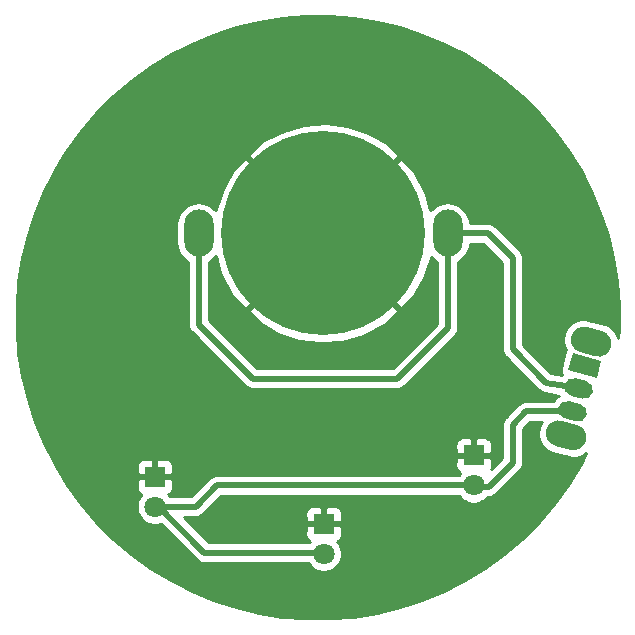
<source format=gbr>
%TF.GenerationSoftware,KiCad,Pcbnew,(5.1.8)-1*%
%TF.CreationDate,2021-01-11T11:59:14-08:00*%
%TF.ProjectId,v2attemptBlinky,76326174-7465-46d7-9074-426c696e6b79,rev?*%
%TF.SameCoordinates,Original*%
%TF.FileFunction,Copper,L2,Bot*%
%TF.FilePolarity,Positive*%
%FSLAX46Y46*%
G04 Gerber Fmt 4.6, Leading zero omitted, Abs format (unit mm)*
G04 Created by KiCad (PCBNEW (5.1.8)-1) date 2021-01-11 11:59:14*
%MOMM*%
%LPD*%
G01*
G04 APERTURE LIST*
%TA.AperFunction,ComponentPad*%
%ADD10C,0.100000*%
%TD*%
%TA.AperFunction,ComponentPad*%
%ADD11O,2.500000X4.000000*%
%TD*%
%TA.AperFunction,SMDPad,CuDef*%
%ADD12C,17.272000*%
%TD*%
%TA.AperFunction,ComponentPad*%
%ADD13R,1.800000X1.800000*%
%TD*%
%TA.AperFunction,ComponentPad*%
%ADD14C,1.800000*%
%TD*%
%TA.AperFunction,Conductor*%
%ADD15C,0.508000*%
%TD*%
%TA.AperFunction,Conductor*%
%ADD16C,0.254000*%
%TD*%
%TA.AperFunction,Conductor*%
%ADD17C,0.100000*%
%TD*%
G04 APERTURE END LIST*
%TO.P,SW1,*%
%TO.N,*%
%TA.AperFunction,ComponentPad*%
G36*
G01*
X131978053Y-109161398D02*
X133233757Y-109497862D01*
G75*
G02*
X134011574Y-110845081I-284701J-1062518D01*
G01*
X134011574Y-110845081D01*
G75*
G02*
X132664355Y-111622898I-1062518J284701D01*
G01*
X131408651Y-111286434D01*
G75*
G02*
X130630834Y-109939215I284701J1062518D01*
G01*
X130630834Y-109939215D01*
G75*
G02*
X131978053Y-109161398I1062518J-284701D01*
G01*
G37*
%TD.AperFunction*%
%TA.AperFunction,ComponentPad*%
G36*
G01*
X134100369Y-101240806D02*
X135356073Y-101577270D01*
G75*
G02*
X136133890Y-102924489I-284701J-1062518D01*
G01*
X136133890Y-102924489D01*
G75*
G02*
X134786671Y-103702306I-1062518J284701D01*
G01*
X133530967Y-103365842D01*
G75*
G02*
X132753150Y-102018623I284701J1062518D01*
G01*
X132753150Y-102018623D01*
G75*
G02*
X134100369Y-101240806I1062518J-284701D01*
G01*
G37*
%TD.AperFunction*%
%TO.P,SW1,3*%
%TO.N,/LED+*%
%TA.AperFunction,ComponentPad*%
G36*
G01*
X132575875Y-107509849D02*
X133541801Y-107768669D01*
G75*
G02*
X134072131Y-108687227I-194114J-724444D01*
G01*
X134072131Y-108687227D01*
G75*
G02*
X133153573Y-109217557I-724444J194114D01*
G01*
X132187647Y-108958737D01*
G75*
G02*
X131657317Y-108040179I194114J724444D01*
G01*
X131657317Y-108040179D01*
G75*
G02*
X132575875Y-107509849I724444J-194114D01*
G01*
G37*
%TD.AperFunction*%
%TO.P,SW1,2*%
%TO.N,VCC*%
%TA.AperFunction,ComponentPad*%
G36*
G01*
X133093513Y-105577998D02*
X134059439Y-105836818D01*
G75*
G02*
X134589769Y-106755376I-194114J-724444D01*
G01*
X134589769Y-106755376D01*
G75*
G02*
X133671211Y-107285706I-724444J194114D01*
G01*
X132705285Y-107026886D01*
G75*
G02*
X132174955Y-106108328I194114J724444D01*
G01*
X132174955Y-106108328D01*
G75*
G02*
X133093513Y-105577998I724444J-194114D01*
G01*
G37*
%TD.AperFunction*%
%TA.AperFunction,ComponentPad*%
D10*
%TO.P,SW1,1*%
%TO.N,Net-(SW1-Pad1)*%
G36*
X132886707Y-103452032D02*
G01*
X135301522Y-104099079D01*
X134913293Y-105547968D01*
X132498478Y-104900921D01*
X132886707Y-103452032D01*
G37*
%TD.AperFunction*%
%TD*%
D11*
%TO.P,BT1,1*%
%TO.N,VCC*%
X122300000Y-93300000D03*
X101218000Y-93300000D03*
D12*
%TO.P,BT1,2*%
%TO.N,GND*%
X111759000Y-93300000D03*
%TD*%
D13*
%TO.P,D1,1*%
%TO.N,GND*%
X97500000Y-113900000D03*
D14*
%TO.P,D1,2*%
%TO.N,/LED+*%
X97500000Y-116440000D03*
%TD*%
D13*
%TO.P,D2,1*%
%TO.N,GND*%
X111800000Y-117900000D03*
D14*
%TO.P,D2,2*%
%TO.N,/LED+*%
X111800000Y-120440000D03*
%TD*%
%TO.P,D3,2*%
%TO.N,/LED+*%
X124500000Y-114640000D03*
D13*
%TO.P,D3,1*%
%TO.N,GND*%
X124500000Y-112100000D03*
%TD*%
D15*
%TO.N,VCC*%
X127800000Y-103100000D02*
X130632695Y-105932695D01*
X122300000Y-93300000D02*
X125700000Y-93300000D01*
X130632695Y-105932695D02*
X133382362Y-106431852D01*
X127800000Y-95400000D02*
X127800000Y-103100000D01*
X125700000Y-93300000D02*
X127800000Y-95400000D01*
X122300000Y-101300000D02*
X122300000Y-93300000D01*
X118000000Y-105600000D02*
X122300000Y-101300000D01*
X105800000Y-105600000D02*
X118000000Y-105600000D01*
X101218000Y-93300000D02*
X101218000Y-101018000D01*
X101218000Y-101018000D02*
X105800000Y-105600000D01*
%TO.N,/LED+*%
X101700000Y-120340000D02*
X97600000Y-116240000D01*
X112000000Y-120340000D02*
X101700000Y-120340000D01*
X125760000Y-114740000D02*
X124500000Y-114740000D01*
X127800000Y-112700000D02*
X125760000Y-114740000D01*
X127800000Y-109500000D02*
X127800000Y-112700000D01*
X132864724Y-108363703D02*
X128936297Y-108363703D01*
X124500000Y-114740000D02*
X124460000Y-114740000D01*
X128936297Y-108363703D02*
X127800000Y-109500000D01*
X99460000Y-116440000D02*
X97500000Y-116440000D01*
X124500000Y-114640000D02*
X102760000Y-114640000D01*
X100960000Y-116440000D02*
X97500000Y-116440000D01*
X102760000Y-114640000D02*
X100960000Y-116440000D01*
%TD*%
D16*
%TO.N,GND*%
X114298884Y-75062553D02*
X116277593Y-75375950D01*
X118225613Y-75843628D01*
X120130934Y-76462705D01*
X121981810Y-77229363D01*
X123766829Y-78138875D01*
X125474986Y-79185635D01*
X127095749Y-80363188D01*
X128619126Y-81664275D01*
X130035725Y-83080874D01*
X131336812Y-84604251D01*
X132514365Y-86225014D01*
X133561125Y-87933171D01*
X134470637Y-89718190D01*
X135237295Y-91569066D01*
X135856372Y-93474387D01*
X136324050Y-95422407D01*
X136637447Y-97401116D01*
X136794629Y-99398313D01*
X136794629Y-101401687D01*
X136736485Y-102140474D01*
X136722243Y-102079392D01*
X136581195Y-101768090D01*
X136382124Y-101490288D01*
X136132681Y-101256660D01*
X135842453Y-101076185D01*
X135602742Y-100985965D01*
X134182396Y-100605385D01*
X133929690Y-100563663D01*
X133588109Y-100574846D01*
X133255272Y-100652453D01*
X132943970Y-100793501D01*
X132666168Y-100992572D01*
X132432540Y-101242014D01*
X132252066Y-101532242D01*
X132131679Y-101852102D01*
X132076007Y-102189302D01*
X132087190Y-102530883D01*
X132164797Y-102863720D01*
X132305845Y-103175022D01*
X132310195Y-103181093D01*
X132270377Y-103286887D01*
X131882148Y-104735776D01*
X131861772Y-104859189D01*
X131865865Y-104984206D01*
X131894268Y-105106023D01*
X131945892Y-105219957D01*
X131976127Y-105262150D01*
X131967406Y-105271461D01*
X131064853Y-105107617D01*
X128689000Y-102731765D01*
X128689000Y-95443659D01*
X128693300Y-95399999D01*
X128689000Y-95356334D01*
X128689000Y-95356333D01*
X128676136Y-95225726D01*
X128676136Y-95225724D01*
X128625302Y-95058147D01*
X128621589Y-95051200D01*
X128542753Y-94903709D01*
X128431659Y-94768341D01*
X128397743Y-94740507D01*
X126359499Y-92702264D01*
X126331659Y-92668341D01*
X126196291Y-92557247D01*
X126041851Y-92474697D01*
X125874274Y-92423864D01*
X125743667Y-92411000D01*
X125743660Y-92411000D01*
X125700000Y-92406700D01*
X125656340Y-92411000D01*
X124180430Y-92411000D01*
X124157725Y-92180476D01*
X124049939Y-91825152D01*
X123874903Y-91497683D01*
X123639345Y-91210655D01*
X123352317Y-90975097D01*
X123024848Y-90800061D01*
X122669524Y-90692275D01*
X122300000Y-90655880D01*
X121930477Y-90692275D01*
X121575153Y-90800061D01*
X121247684Y-90975097D01*
X120960656Y-91210655D01*
X120840241Y-91357381D01*
X120454288Y-89956772D01*
X119634979Y-88324645D01*
X119369636Y-87927530D01*
X118323233Y-86915372D01*
X111938605Y-93300000D01*
X118323233Y-99684628D01*
X119369636Y-98672470D01*
X120271516Y-97084478D01*
X120846265Y-95351051D01*
X120857189Y-95263271D01*
X120960655Y-95389345D01*
X121247683Y-95624903D01*
X121411001Y-95712198D01*
X121411000Y-100931765D01*
X117631765Y-104711000D01*
X106168236Y-104711000D01*
X102107000Y-100649765D01*
X102107000Y-99864233D01*
X105374372Y-99864233D01*
X106386530Y-100910636D01*
X107974522Y-101812516D01*
X109707949Y-102387265D01*
X111520197Y-102612796D01*
X113341622Y-102480442D01*
X115102228Y-101995288D01*
X116734355Y-101175979D01*
X117131470Y-100910636D01*
X118143628Y-99864233D01*
X111759000Y-93479605D01*
X105374372Y-99864233D01*
X102107000Y-99864233D01*
X102107000Y-95712198D01*
X102270317Y-95624903D01*
X102557345Y-95389345D01*
X102677759Y-95242620D01*
X103063712Y-96643228D01*
X103883021Y-98275355D01*
X104148364Y-98672470D01*
X105194767Y-99684628D01*
X111579395Y-93300000D01*
X105194767Y-86915372D01*
X104148364Y-87927530D01*
X103246484Y-89515522D01*
X102671735Y-91248949D01*
X102660811Y-91336729D01*
X102557345Y-91210655D01*
X102270317Y-90975097D01*
X101942848Y-90800061D01*
X101587524Y-90692275D01*
X101218000Y-90655880D01*
X100848477Y-90692275D01*
X100493153Y-90800061D01*
X100165684Y-90975097D01*
X99878656Y-91210655D01*
X99643098Y-91497683D01*
X99468062Y-91825152D01*
X99360275Y-92180476D01*
X99333000Y-92457403D01*
X99333000Y-94142596D01*
X99360275Y-94419523D01*
X99468061Y-94774847D01*
X99643097Y-95102317D01*
X99878655Y-95389345D01*
X100165683Y-95624903D01*
X100329000Y-95712198D01*
X100329001Y-100974330D01*
X100324700Y-101018000D01*
X100341864Y-101192274D01*
X100392698Y-101359852D01*
X100462418Y-101490288D01*
X100475248Y-101514291D01*
X100586342Y-101649659D01*
X100620259Y-101677494D01*
X105140506Y-106197742D01*
X105168341Y-106231659D01*
X105303709Y-106342753D01*
X105458149Y-106425303D01*
X105574892Y-106460716D01*
X105625725Y-106476136D01*
X105800000Y-106493301D01*
X105843668Y-106489000D01*
X117956340Y-106489000D01*
X118000000Y-106493300D01*
X118043660Y-106489000D01*
X118043667Y-106489000D01*
X118174274Y-106476136D01*
X118341851Y-106425303D01*
X118496291Y-106342753D01*
X118631659Y-106231659D01*
X118659499Y-106197736D01*
X122897737Y-101959498D01*
X122931659Y-101931659D01*
X123042753Y-101796291D01*
X123125303Y-101641851D01*
X123158552Y-101532242D01*
X123176136Y-101474276D01*
X123183285Y-101401687D01*
X123189000Y-101343667D01*
X123189000Y-101343661D01*
X123193300Y-101300001D01*
X123189000Y-101256341D01*
X123189000Y-95712198D01*
X123352317Y-95624903D01*
X123639345Y-95389345D01*
X123874903Y-95102317D01*
X124049939Y-94774848D01*
X124157725Y-94419524D01*
X124180430Y-94189000D01*
X125331765Y-94189000D01*
X126911000Y-95768236D01*
X126911001Y-103056330D01*
X126906700Y-103100000D01*
X126923864Y-103274274D01*
X126974698Y-103441852D01*
X127040755Y-103565435D01*
X127057248Y-103596291D01*
X127168342Y-103731659D01*
X127202259Y-103759494D01*
X129978490Y-106535725D01*
X130011719Y-106574859D01*
X130074457Y-106624610D01*
X130136403Y-106675447D01*
X130143040Y-106678995D01*
X130148931Y-106683666D01*
X130220171Y-106720222D01*
X130290843Y-106757997D01*
X130298043Y-106760181D01*
X130304733Y-106763614D01*
X130381744Y-106785572D01*
X130458420Y-106808831D01*
X130509522Y-106813864D01*
X131688475Y-107027884D01*
X131685912Y-107029045D01*
X131464150Y-107187956D01*
X131277652Y-107387079D01*
X131223163Y-107474703D01*
X128979957Y-107474703D01*
X128936297Y-107470403D01*
X128892637Y-107474703D01*
X128892630Y-107474703D01*
X128778622Y-107485932D01*
X128762022Y-107487567D01*
X128711189Y-107502987D01*
X128594446Y-107538400D01*
X128440006Y-107620950D01*
X128304638Y-107732044D01*
X128276802Y-107765962D01*
X127202264Y-108840501D01*
X127168341Y-108868341D01*
X127057247Y-109003710D01*
X126974697Y-109158150D01*
X126923864Y-109325727D01*
X126911000Y-109456334D01*
X126911000Y-109456340D01*
X126906700Y-109500000D01*
X126911000Y-109543660D01*
X126911001Y-112331763D01*
X125979072Y-113263692D01*
X125989502Y-113244180D01*
X126025812Y-113124482D01*
X126038072Y-113000000D01*
X126035000Y-112385750D01*
X125876250Y-112227000D01*
X124627000Y-112227000D01*
X124627000Y-112247000D01*
X124373000Y-112247000D01*
X124373000Y-112227000D01*
X123123750Y-112227000D01*
X122965000Y-112385750D01*
X122961928Y-113000000D01*
X122974188Y-113124482D01*
X123010498Y-113244180D01*
X123069463Y-113354494D01*
X123148815Y-113451185D01*
X123245506Y-113530537D01*
X123355820Y-113589502D01*
X123374127Y-113595056D01*
X123307688Y-113661495D01*
X123247883Y-113751000D01*
X102803659Y-113751000D01*
X102759999Y-113746700D01*
X102716339Y-113751000D01*
X102716333Y-113751000D01*
X102618924Y-113760594D01*
X102585724Y-113763864D01*
X102484058Y-113794704D01*
X102418149Y-113814697D01*
X102263709Y-113897247D01*
X102128341Y-114008341D01*
X102100501Y-114042264D01*
X100591765Y-115551000D01*
X98752117Y-115551000D01*
X98692312Y-115461495D01*
X98625873Y-115395056D01*
X98644180Y-115389502D01*
X98754494Y-115330537D01*
X98851185Y-115251185D01*
X98930537Y-115154494D01*
X98989502Y-115044180D01*
X99025812Y-114924482D01*
X99038072Y-114800000D01*
X99035000Y-114185750D01*
X98876250Y-114027000D01*
X97627000Y-114027000D01*
X97627000Y-114047000D01*
X97373000Y-114047000D01*
X97373000Y-114027000D01*
X96123750Y-114027000D01*
X95965000Y-114185750D01*
X95961928Y-114800000D01*
X95974188Y-114924482D01*
X96010498Y-115044180D01*
X96069463Y-115154494D01*
X96148815Y-115251185D01*
X96245506Y-115330537D01*
X96355820Y-115389502D01*
X96374127Y-115395056D01*
X96307688Y-115461495D01*
X96139701Y-115712905D01*
X96023989Y-115992257D01*
X95965000Y-116288816D01*
X95965000Y-116591184D01*
X96023989Y-116887743D01*
X96139701Y-117167095D01*
X96307688Y-117418505D01*
X96521495Y-117632312D01*
X96772905Y-117800299D01*
X97052257Y-117916011D01*
X97348816Y-117975000D01*
X97651184Y-117975000D01*
X97947743Y-117916011D01*
X97997971Y-117895206D01*
X101040506Y-120937742D01*
X101068341Y-120971659D01*
X101203709Y-121082753D01*
X101358149Y-121165303D01*
X101474892Y-121200716D01*
X101525725Y-121216136D01*
X101700000Y-121233301D01*
X101743668Y-121229000D01*
X110481065Y-121229000D01*
X110607688Y-121418505D01*
X110821495Y-121632312D01*
X111072905Y-121800299D01*
X111352257Y-121916011D01*
X111648816Y-121975000D01*
X111951184Y-121975000D01*
X112247743Y-121916011D01*
X112527095Y-121800299D01*
X112778505Y-121632312D01*
X112992312Y-121418505D01*
X113160299Y-121167095D01*
X113276011Y-120887743D01*
X113335000Y-120591184D01*
X113335000Y-120288816D01*
X113276011Y-119992257D01*
X113160299Y-119712905D01*
X112992312Y-119461495D01*
X112925873Y-119395056D01*
X112944180Y-119389502D01*
X113054494Y-119330537D01*
X113151185Y-119251185D01*
X113230537Y-119154494D01*
X113289502Y-119044180D01*
X113325812Y-118924482D01*
X113338072Y-118800000D01*
X113335000Y-118185750D01*
X113176250Y-118027000D01*
X111927000Y-118027000D01*
X111927000Y-118047000D01*
X111673000Y-118047000D01*
X111673000Y-118027000D01*
X110423750Y-118027000D01*
X110265000Y-118185750D01*
X110261928Y-118800000D01*
X110274188Y-118924482D01*
X110310498Y-119044180D01*
X110369463Y-119154494D01*
X110448815Y-119251185D01*
X110545506Y-119330537D01*
X110655820Y-119389502D01*
X110674127Y-119395056D01*
X110618183Y-119451000D01*
X102068236Y-119451000D01*
X99946235Y-117329000D01*
X100916340Y-117329000D01*
X100960000Y-117333300D01*
X101003660Y-117329000D01*
X101003667Y-117329000D01*
X101134274Y-117316136D01*
X101301851Y-117265303D01*
X101456291Y-117182753D01*
X101591659Y-117071659D01*
X101619499Y-117037736D01*
X101657235Y-117000000D01*
X110261928Y-117000000D01*
X110265000Y-117614250D01*
X110423750Y-117773000D01*
X111673000Y-117773000D01*
X111673000Y-116523750D01*
X111927000Y-116523750D01*
X111927000Y-117773000D01*
X113176250Y-117773000D01*
X113335000Y-117614250D01*
X113338072Y-117000000D01*
X113325812Y-116875518D01*
X113289502Y-116755820D01*
X113230537Y-116645506D01*
X113151185Y-116548815D01*
X113054494Y-116469463D01*
X112944180Y-116410498D01*
X112824482Y-116374188D01*
X112700000Y-116361928D01*
X112085750Y-116365000D01*
X111927000Y-116523750D01*
X111673000Y-116523750D01*
X111514250Y-116365000D01*
X110900000Y-116361928D01*
X110775518Y-116374188D01*
X110655820Y-116410498D01*
X110545506Y-116469463D01*
X110448815Y-116548815D01*
X110369463Y-116645506D01*
X110310498Y-116755820D01*
X110274188Y-116875518D01*
X110261928Y-117000000D01*
X101657235Y-117000000D01*
X103128235Y-115529000D01*
X123247883Y-115529000D01*
X123307688Y-115618505D01*
X123521495Y-115832312D01*
X123772905Y-116000299D01*
X124052257Y-116116011D01*
X124348816Y-116175000D01*
X124651184Y-116175000D01*
X124947743Y-116116011D01*
X125227095Y-116000299D01*
X125478505Y-115832312D01*
X125681817Y-115629000D01*
X125716340Y-115629000D01*
X125760000Y-115633300D01*
X125803660Y-115629000D01*
X125803667Y-115629000D01*
X125934274Y-115616136D01*
X126101851Y-115565303D01*
X126256291Y-115482753D01*
X126391659Y-115371659D01*
X126419499Y-115337736D01*
X128397742Y-113359494D01*
X128431659Y-113331659D01*
X128542753Y-113196291D01*
X128625303Y-113041851D01*
X128676136Y-112874274D01*
X128689000Y-112743667D01*
X128689000Y-112743660D01*
X128693300Y-112700000D01*
X128689000Y-112656340D01*
X128689000Y-109868235D01*
X129304533Y-109252703D01*
X130254199Y-109252703D01*
X130129750Y-109452834D01*
X130009363Y-109772694D01*
X129953691Y-110109894D01*
X129964874Y-110451475D01*
X130042481Y-110784312D01*
X130183529Y-111095614D01*
X130382600Y-111373416D01*
X130632042Y-111607044D01*
X130922270Y-111787518D01*
X131161982Y-111877739D01*
X132582326Y-112258319D01*
X132835033Y-112300041D01*
X133176615Y-112288858D01*
X133509452Y-112211251D01*
X133820753Y-112070203D01*
X134051148Y-111905104D01*
X133561125Y-112866829D01*
X132514365Y-114574986D01*
X131336812Y-116195749D01*
X130035725Y-117719126D01*
X128619126Y-119135725D01*
X127095749Y-120436812D01*
X125474986Y-121614365D01*
X123766829Y-122661125D01*
X121981810Y-123570637D01*
X120130934Y-124337295D01*
X118225613Y-124956372D01*
X116277593Y-125424050D01*
X114298884Y-125737447D01*
X112301687Y-125894629D01*
X110298313Y-125894629D01*
X108301116Y-125737447D01*
X106322407Y-125424050D01*
X104374387Y-124956372D01*
X102469066Y-124337295D01*
X100618190Y-123570637D01*
X98833171Y-122661125D01*
X97125014Y-121614365D01*
X95504251Y-120436812D01*
X93980874Y-119135725D01*
X92564275Y-117719126D01*
X91263188Y-116195749D01*
X90085635Y-114574986D01*
X89120483Y-113000000D01*
X95961928Y-113000000D01*
X95965000Y-113614250D01*
X96123750Y-113773000D01*
X97373000Y-113773000D01*
X97373000Y-112523750D01*
X97627000Y-112523750D01*
X97627000Y-113773000D01*
X98876250Y-113773000D01*
X99035000Y-113614250D01*
X99038072Y-113000000D01*
X99025812Y-112875518D01*
X98989502Y-112755820D01*
X98930537Y-112645506D01*
X98851185Y-112548815D01*
X98754494Y-112469463D01*
X98644180Y-112410498D01*
X98524482Y-112374188D01*
X98400000Y-112361928D01*
X97785750Y-112365000D01*
X97627000Y-112523750D01*
X97373000Y-112523750D01*
X97214250Y-112365000D01*
X96600000Y-112361928D01*
X96475518Y-112374188D01*
X96355820Y-112410498D01*
X96245506Y-112469463D01*
X96148815Y-112548815D01*
X96069463Y-112645506D01*
X96010498Y-112755820D01*
X95974188Y-112875518D01*
X95961928Y-113000000D01*
X89120483Y-113000000D01*
X89038875Y-112866829D01*
X88189584Y-111200000D01*
X122961928Y-111200000D01*
X122965000Y-111814250D01*
X123123750Y-111973000D01*
X124373000Y-111973000D01*
X124373000Y-110723750D01*
X124627000Y-110723750D01*
X124627000Y-111973000D01*
X125876250Y-111973000D01*
X126035000Y-111814250D01*
X126038072Y-111200000D01*
X126025812Y-111075518D01*
X125989502Y-110955820D01*
X125930537Y-110845506D01*
X125851185Y-110748815D01*
X125754494Y-110669463D01*
X125644180Y-110610498D01*
X125524482Y-110574188D01*
X125400000Y-110561928D01*
X124785750Y-110565000D01*
X124627000Y-110723750D01*
X124373000Y-110723750D01*
X124214250Y-110565000D01*
X123600000Y-110561928D01*
X123475518Y-110574188D01*
X123355820Y-110610498D01*
X123245506Y-110669463D01*
X123148815Y-110748815D01*
X123069463Y-110845506D01*
X123010498Y-110955820D01*
X122974188Y-111075518D01*
X122961928Y-111200000D01*
X88189584Y-111200000D01*
X88129363Y-111081810D01*
X87362705Y-109230934D01*
X86743628Y-107325613D01*
X86275950Y-105377593D01*
X85962553Y-103398884D01*
X85805371Y-101401687D01*
X85805371Y-99398313D01*
X85962553Y-97401116D01*
X86275950Y-95422407D01*
X86743628Y-93474387D01*
X87362705Y-91569066D01*
X88129363Y-89718190D01*
X89038875Y-87933171D01*
X89772645Y-86735767D01*
X105374372Y-86735767D01*
X111759000Y-93120395D01*
X118143628Y-86735767D01*
X117131470Y-85689364D01*
X115543478Y-84787484D01*
X113810051Y-84212735D01*
X111997803Y-83987204D01*
X110176378Y-84119558D01*
X108415772Y-84604712D01*
X106783645Y-85424021D01*
X106386530Y-85689364D01*
X105374372Y-86735767D01*
X89772645Y-86735767D01*
X90085635Y-86225014D01*
X91263188Y-84604251D01*
X92564275Y-83080874D01*
X93980874Y-81664275D01*
X95504251Y-80363188D01*
X97125014Y-79185635D01*
X98833171Y-78138875D01*
X100618190Y-77229363D01*
X102469066Y-76462705D01*
X104374387Y-75843628D01*
X106322407Y-75375950D01*
X108301116Y-75062553D01*
X110298313Y-74905371D01*
X112301687Y-74905371D01*
X114298884Y-75062553D01*
%TA.AperFunction,Conductor*%
D17*
G36*
X114298884Y-75062553D02*
G01*
X116277593Y-75375950D01*
X118225613Y-75843628D01*
X120130934Y-76462705D01*
X121981810Y-77229363D01*
X123766829Y-78138875D01*
X125474986Y-79185635D01*
X127095749Y-80363188D01*
X128619126Y-81664275D01*
X130035725Y-83080874D01*
X131336812Y-84604251D01*
X132514365Y-86225014D01*
X133561125Y-87933171D01*
X134470637Y-89718190D01*
X135237295Y-91569066D01*
X135856372Y-93474387D01*
X136324050Y-95422407D01*
X136637447Y-97401116D01*
X136794629Y-99398313D01*
X136794629Y-101401687D01*
X136736485Y-102140474D01*
X136722243Y-102079392D01*
X136581195Y-101768090D01*
X136382124Y-101490288D01*
X136132681Y-101256660D01*
X135842453Y-101076185D01*
X135602742Y-100985965D01*
X134182396Y-100605385D01*
X133929690Y-100563663D01*
X133588109Y-100574846D01*
X133255272Y-100652453D01*
X132943970Y-100793501D01*
X132666168Y-100992572D01*
X132432540Y-101242014D01*
X132252066Y-101532242D01*
X132131679Y-101852102D01*
X132076007Y-102189302D01*
X132087190Y-102530883D01*
X132164797Y-102863720D01*
X132305845Y-103175022D01*
X132310195Y-103181093D01*
X132270377Y-103286887D01*
X131882148Y-104735776D01*
X131861772Y-104859189D01*
X131865865Y-104984206D01*
X131894268Y-105106023D01*
X131945892Y-105219957D01*
X131976127Y-105262150D01*
X131967406Y-105271461D01*
X131064853Y-105107617D01*
X128689000Y-102731765D01*
X128689000Y-95443659D01*
X128693300Y-95399999D01*
X128689000Y-95356334D01*
X128689000Y-95356333D01*
X128676136Y-95225726D01*
X128676136Y-95225724D01*
X128625302Y-95058147D01*
X128621589Y-95051200D01*
X128542753Y-94903709D01*
X128431659Y-94768341D01*
X128397743Y-94740507D01*
X126359499Y-92702264D01*
X126331659Y-92668341D01*
X126196291Y-92557247D01*
X126041851Y-92474697D01*
X125874274Y-92423864D01*
X125743667Y-92411000D01*
X125743660Y-92411000D01*
X125700000Y-92406700D01*
X125656340Y-92411000D01*
X124180430Y-92411000D01*
X124157725Y-92180476D01*
X124049939Y-91825152D01*
X123874903Y-91497683D01*
X123639345Y-91210655D01*
X123352317Y-90975097D01*
X123024848Y-90800061D01*
X122669524Y-90692275D01*
X122300000Y-90655880D01*
X121930477Y-90692275D01*
X121575153Y-90800061D01*
X121247684Y-90975097D01*
X120960656Y-91210655D01*
X120840241Y-91357381D01*
X120454288Y-89956772D01*
X119634979Y-88324645D01*
X119369636Y-87927530D01*
X118323233Y-86915372D01*
X111938605Y-93300000D01*
X118323233Y-99684628D01*
X119369636Y-98672470D01*
X120271516Y-97084478D01*
X120846265Y-95351051D01*
X120857189Y-95263271D01*
X120960655Y-95389345D01*
X121247683Y-95624903D01*
X121411001Y-95712198D01*
X121411000Y-100931765D01*
X117631765Y-104711000D01*
X106168236Y-104711000D01*
X102107000Y-100649765D01*
X102107000Y-99864233D01*
X105374372Y-99864233D01*
X106386530Y-100910636D01*
X107974522Y-101812516D01*
X109707949Y-102387265D01*
X111520197Y-102612796D01*
X113341622Y-102480442D01*
X115102228Y-101995288D01*
X116734355Y-101175979D01*
X117131470Y-100910636D01*
X118143628Y-99864233D01*
X111759000Y-93479605D01*
X105374372Y-99864233D01*
X102107000Y-99864233D01*
X102107000Y-95712198D01*
X102270317Y-95624903D01*
X102557345Y-95389345D01*
X102677759Y-95242620D01*
X103063712Y-96643228D01*
X103883021Y-98275355D01*
X104148364Y-98672470D01*
X105194767Y-99684628D01*
X111579395Y-93300000D01*
X105194767Y-86915372D01*
X104148364Y-87927530D01*
X103246484Y-89515522D01*
X102671735Y-91248949D01*
X102660811Y-91336729D01*
X102557345Y-91210655D01*
X102270317Y-90975097D01*
X101942848Y-90800061D01*
X101587524Y-90692275D01*
X101218000Y-90655880D01*
X100848477Y-90692275D01*
X100493153Y-90800061D01*
X100165684Y-90975097D01*
X99878656Y-91210655D01*
X99643098Y-91497683D01*
X99468062Y-91825152D01*
X99360275Y-92180476D01*
X99333000Y-92457403D01*
X99333000Y-94142596D01*
X99360275Y-94419523D01*
X99468061Y-94774847D01*
X99643097Y-95102317D01*
X99878655Y-95389345D01*
X100165683Y-95624903D01*
X100329000Y-95712198D01*
X100329001Y-100974330D01*
X100324700Y-101018000D01*
X100341864Y-101192274D01*
X100392698Y-101359852D01*
X100462418Y-101490288D01*
X100475248Y-101514291D01*
X100586342Y-101649659D01*
X100620259Y-101677494D01*
X105140506Y-106197742D01*
X105168341Y-106231659D01*
X105303709Y-106342753D01*
X105458149Y-106425303D01*
X105574892Y-106460716D01*
X105625725Y-106476136D01*
X105800000Y-106493301D01*
X105843668Y-106489000D01*
X117956340Y-106489000D01*
X118000000Y-106493300D01*
X118043660Y-106489000D01*
X118043667Y-106489000D01*
X118174274Y-106476136D01*
X118341851Y-106425303D01*
X118496291Y-106342753D01*
X118631659Y-106231659D01*
X118659499Y-106197736D01*
X122897737Y-101959498D01*
X122931659Y-101931659D01*
X123042753Y-101796291D01*
X123125303Y-101641851D01*
X123158552Y-101532242D01*
X123176136Y-101474276D01*
X123183285Y-101401687D01*
X123189000Y-101343667D01*
X123189000Y-101343661D01*
X123193300Y-101300001D01*
X123189000Y-101256341D01*
X123189000Y-95712198D01*
X123352317Y-95624903D01*
X123639345Y-95389345D01*
X123874903Y-95102317D01*
X124049939Y-94774848D01*
X124157725Y-94419524D01*
X124180430Y-94189000D01*
X125331765Y-94189000D01*
X126911000Y-95768236D01*
X126911001Y-103056330D01*
X126906700Y-103100000D01*
X126923864Y-103274274D01*
X126974698Y-103441852D01*
X127040755Y-103565435D01*
X127057248Y-103596291D01*
X127168342Y-103731659D01*
X127202259Y-103759494D01*
X129978490Y-106535725D01*
X130011719Y-106574859D01*
X130074457Y-106624610D01*
X130136403Y-106675447D01*
X130143040Y-106678995D01*
X130148931Y-106683666D01*
X130220171Y-106720222D01*
X130290843Y-106757997D01*
X130298043Y-106760181D01*
X130304733Y-106763614D01*
X130381744Y-106785572D01*
X130458420Y-106808831D01*
X130509522Y-106813864D01*
X131688475Y-107027884D01*
X131685912Y-107029045D01*
X131464150Y-107187956D01*
X131277652Y-107387079D01*
X131223163Y-107474703D01*
X128979957Y-107474703D01*
X128936297Y-107470403D01*
X128892637Y-107474703D01*
X128892630Y-107474703D01*
X128778622Y-107485932D01*
X128762022Y-107487567D01*
X128711189Y-107502987D01*
X128594446Y-107538400D01*
X128440006Y-107620950D01*
X128304638Y-107732044D01*
X128276802Y-107765962D01*
X127202264Y-108840501D01*
X127168341Y-108868341D01*
X127057247Y-109003710D01*
X126974697Y-109158150D01*
X126923864Y-109325727D01*
X126911000Y-109456334D01*
X126911000Y-109456340D01*
X126906700Y-109500000D01*
X126911000Y-109543660D01*
X126911001Y-112331763D01*
X125979072Y-113263692D01*
X125989502Y-113244180D01*
X126025812Y-113124482D01*
X126038072Y-113000000D01*
X126035000Y-112385750D01*
X125876250Y-112227000D01*
X124627000Y-112227000D01*
X124627000Y-112247000D01*
X124373000Y-112247000D01*
X124373000Y-112227000D01*
X123123750Y-112227000D01*
X122965000Y-112385750D01*
X122961928Y-113000000D01*
X122974188Y-113124482D01*
X123010498Y-113244180D01*
X123069463Y-113354494D01*
X123148815Y-113451185D01*
X123245506Y-113530537D01*
X123355820Y-113589502D01*
X123374127Y-113595056D01*
X123307688Y-113661495D01*
X123247883Y-113751000D01*
X102803659Y-113751000D01*
X102759999Y-113746700D01*
X102716339Y-113751000D01*
X102716333Y-113751000D01*
X102618924Y-113760594D01*
X102585724Y-113763864D01*
X102484058Y-113794704D01*
X102418149Y-113814697D01*
X102263709Y-113897247D01*
X102128341Y-114008341D01*
X102100501Y-114042264D01*
X100591765Y-115551000D01*
X98752117Y-115551000D01*
X98692312Y-115461495D01*
X98625873Y-115395056D01*
X98644180Y-115389502D01*
X98754494Y-115330537D01*
X98851185Y-115251185D01*
X98930537Y-115154494D01*
X98989502Y-115044180D01*
X99025812Y-114924482D01*
X99038072Y-114800000D01*
X99035000Y-114185750D01*
X98876250Y-114027000D01*
X97627000Y-114027000D01*
X97627000Y-114047000D01*
X97373000Y-114047000D01*
X97373000Y-114027000D01*
X96123750Y-114027000D01*
X95965000Y-114185750D01*
X95961928Y-114800000D01*
X95974188Y-114924482D01*
X96010498Y-115044180D01*
X96069463Y-115154494D01*
X96148815Y-115251185D01*
X96245506Y-115330537D01*
X96355820Y-115389502D01*
X96374127Y-115395056D01*
X96307688Y-115461495D01*
X96139701Y-115712905D01*
X96023989Y-115992257D01*
X95965000Y-116288816D01*
X95965000Y-116591184D01*
X96023989Y-116887743D01*
X96139701Y-117167095D01*
X96307688Y-117418505D01*
X96521495Y-117632312D01*
X96772905Y-117800299D01*
X97052257Y-117916011D01*
X97348816Y-117975000D01*
X97651184Y-117975000D01*
X97947743Y-117916011D01*
X97997971Y-117895206D01*
X101040506Y-120937742D01*
X101068341Y-120971659D01*
X101203709Y-121082753D01*
X101358149Y-121165303D01*
X101474892Y-121200716D01*
X101525725Y-121216136D01*
X101700000Y-121233301D01*
X101743668Y-121229000D01*
X110481065Y-121229000D01*
X110607688Y-121418505D01*
X110821495Y-121632312D01*
X111072905Y-121800299D01*
X111352257Y-121916011D01*
X111648816Y-121975000D01*
X111951184Y-121975000D01*
X112247743Y-121916011D01*
X112527095Y-121800299D01*
X112778505Y-121632312D01*
X112992312Y-121418505D01*
X113160299Y-121167095D01*
X113276011Y-120887743D01*
X113335000Y-120591184D01*
X113335000Y-120288816D01*
X113276011Y-119992257D01*
X113160299Y-119712905D01*
X112992312Y-119461495D01*
X112925873Y-119395056D01*
X112944180Y-119389502D01*
X113054494Y-119330537D01*
X113151185Y-119251185D01*
X113230537Y-119154494D01*
X113289502Y-119044180D01*
X113325812Y-118924482D01*
X113338072Y-118800000D01*
X113335000Y-118185750D01*
X113176250Y-118027000D01*
X111927000Y-118027000D01*
X111927000Y-118047000D01*
X111673000Y-118047000D01*
X111673000Y-118027000D01*
X110423750Y-118027000D01*
X110265000Y-118185750D01*
X110261928Y-118800000D01*
X110274188Y-118924482D01*
X110310498Y-119044180D01*
X110369463Y-119154494D01*
X110448815Y-119251185D01*
X110545506Y-119330537D01*
X110655820Y-119389502D01*
X110674127Y-119395056D01*
X110618183Y-119451000D01*
X102068236Y-119451000D01*
X99946235Y-117329000D01*
X100916340Y-117329000D01*
X100960000Y-117333300D01*
X101003660Y-117329000D01*
X101003667Y-117329000D01*
X101134274Y-117316136D01*
X101301851Y-117265303D01*
X101456291Y-117182753D01*
X101591659Y-117071659D01*
X101619499Y-117037736D01*
X101657235Y-117000000D01*
X110261928Y-117000000D01*
X110265000Y-117614250D01*
X110423750Y-117773000D01*
X111673000Y-117773000D01*
X111673000Y-116523750D01*
X111927000Y-116523750D01*
X111927000Y-117773000D01*
X113176250Y-117773000D01*
X113335000Y-117614250D01*
X113338072Y-117000000D01*
X113325812Y-116875518D01*
X113289502Y-116755820D01*
X113230537Y-116645506D01*
X113151185Y-116548815D01*
X113054494Y-116469463D01*
X112944180Y-116410498D01*
X112824482Y-116374188D01*
X112700000Y-116361928D01*
X112085750Y-116365000D01*
X111927000Y-116523750D01*
X111673000Y-116523750D01*
X111514250Y-116365000D01*
X110900000Y-116361928D01*
X110775518Y-116374188D01*
X110655820Y-116410498D01*
X110545506Y-116469463D01*
X110448815Y-116548815D01*
X110369463Y-116645506D01*
X110310498Y-116755820D01*
X110274188Y-116875518D01*
X110261928Y-117000000D01*
X101657235Y-117000000D01*
X103128235Y-115529000D01*
X123247883Y-115529000D01*
X123307688Y-115618505D01*
X123521495Y-115832312D01*
X123772905Y-116000299D01*
X124052257Y-116116011D01*
X124348816Y-116175000D01*
X124651184Y-116175000D01*
X124947743Y-116116011D01*
X125227095Y-116000299D01*
X125478505Y-115832312D01*
X125681817Y-115629000D01*
X125716340Y-115629000D01*
X125760000Y-115633300D01*
X125803660Y-115629000D01*
X125803667Y-115629000D01*
X125934274Y-115616136D01*
X126101851Y-115565303D01*
X126256291Y-115482753D01*
X126391659Y-115371659D01*
X126419499Y-115337736D01*
X128397742Y-113359494D01*
X128431659Y-113331659D01*
X128542753Y-113196291D01*
X128625303Y-113041851D01*
X128676136Y-112874274D01*
X128689000Y-112743667D01*
X128689000Y-112743660D01*
X128693300Y-112700000D01*
X128689000Y-112656340D01*
X128689000Y-109868235D01*
X129304533Y-109252703D01*
X130254199Y-109252703D01*
X130129750Y-109452834D01*
X130009363Y-109772694D01*
X129953691Y-110109894D01*
X129964874Y-110451475D01*
X130042481Y-110784312D01*
X130183529Y-111095614D01*
X130382600Y-111373416D01*
X130632042Y-111607044D01*
X130922270Y-111787518D01*
X131161982Y-111877739D01*
X132582326Y-112258319D01*
X132835033Y-112300041D01*
X133176615Y-112288858D01*
X133509452Y-112211251D01*
X133820753Y-112070203D01*
X134051148Y-111905104D01*
X133561125Y-112866829D01*
X132514365Y-114574986D01*
X131336812Y-116195749D01*
X130035725Y-117719126D01*
X128619126Y-119135725D01*
X127095749Y-120436812D01*
X125474986Y-121614365D01*
X123766829Y-122661125D01*
X121981810Y-123570637D01*
X120130934Y-124337295D01*
X118225613Y-124956372D01*
X116277593Y-125424050D01*
X114298884Y-125737447D01*
X112301687Y-125894629D01*
X110298313Y-125894629D01*
X108301116Y-125737447D01*
X106322407Y-125424050D01*
X104374387Y-124956372D01*
X102469066Y-124337295D01*
X100618190Y-123570637D01*
X98833171Y-122661125D01*
X97125014Y-121614365D01*
X95504251Y-120436812D01*
X93980874Y-119135725D01*
X92564275Y-117719126D01*
X91263188Y-116195749D01*
X90085635Y-114574986D01*
X89120483Y-113000000D01*
X95961928Y-113000000D01*
X95965000Y-113614250D01*
X96123750Y-113773000D01*
X97373000Y-113773000D01*
X97373000Y-112523750D01*
X97627000Y-112523750D01*
X97627000Y-113773000D01*
X98876250Y-113773000D01*
X99035000Y-113614250D01*
X99038072Y-113000000D01*
X99025812Y-112875518D01*
X98989502Y-112755820D01*
X98930537Y-112645506D01*
X98851185Y-112548815D01*
X98754494Y-112469463D01*
X98644180Y-112410498D01*
X98524482Y-112374188D01*
X98400000Y-112361928D01*
X97785750Y-112365000D01*
X97627000Y-112523750D01*
X97373000Y-112523750D01*
X97214250Y-112365000D01*
X96600000Y-112361928D01*
X96475518Y-112374188D01*
X96355820Y-112410498D01*
X96245506Y-112469463D01*
X96148815Y-112548815D01*
X96069463Y-112645506D01*
X96010498Y-112755820D01*
X95974188Y-112875518D01*
X95961928Y-113000000D01*
X89120483Y-113000000D01*
X89038875Y-112866829D01*
X88189584Y-111200000D01*
X122961928Y-111200000D01*
X122965000Y-111814250D01*
X123123750Y-111973000D01*
X124373000Y-111973000D01*
X124373000Y-110723750D01*
X124627000Y-110723750D01*
X124627000Y-111973000D01*
X125876250Y-111973000D01*
X126035000Y-111814250D01*
X126038072Y-111200000D01*
X126025812Y-111075518D01*
X125989502Y-110955820D01*
X125930537Y-110845506D01*
X125851185Y-110748815D01*
X125754494Y-110669463D01*
X125644180Y-110610498D01*
X125524482Y-110574188D01*
X125400000Y-110561928D01*
X124785750Y-110565000D01*
X124627000Y-110723750D01*
X124373000Y-110723750D01*
X124214250Y-110565000D01*
X123600000Y-110561928D01*
X123475518Y-110574188D01*
X123355820Y-110610498D01*
X123245506Y-110669463D01*
X123148815Y-110748815D01*
X123069463Y-110845506D01*
X123010498Y-110955820D01*
X122974188Y-111075518D01*
X122961928Y-111200000D01*
X88189584Y-111200000D01*
X88129363Y-111081810D01*
X87362705Y-109230934D01*
X86743628Y-107325613D01*
X86275950Y-105377593D01*
X85962553Y-103398884D01*
X85805371Y-101401687D01*
X85805371Y-99398313D01*
X85962553Y-97401116D01*
X86275950Y-95422407D01*
X86743628Y-93474387D01*
X87362705Y-91569066D01*
X88129363Y-89718190D01*
X89038875Y-87933171D01*
X89772645Y-86735767D01*
X105374372Y-86735767D01*
X111759000Y-93120395D01*
X118143628Y-86735767D01*
X117131470Y-85689364D01*
X115543478Y-84787484D01*
X113810051Y-84212735D01*
X111997803Y-83987204D01*
X110176378Y-84119558D01*
X108415772Y-84604712D01*
X106783645Y-85424021D01*
X106386530Y-85689364D01*
X105374372Y-86735767D01*
X89772645Y-86735767D01*
X90085635Y-86225014D01*
X91263188Y-84604251D01*
X92564275Y-83080874D01*
X93980874Y-81664275D01*
X95504251Y-80363188D01*
X97125014Y-79185635D01*
X98833171Y-78138875D01*
X100618190Y-77229363D01*
X102469066Y-76462705D01*
X104374387Y-75843628D01*
X106322407Y-75375950D01*
X108301116Y-75062553D01*
X110298313Y-74905371D01*
X112301687Y-74905371D01*
X114298884Y-75062553D01*
G37*
%TD.AperFunction*%
%TD*%
M02*

</source>
